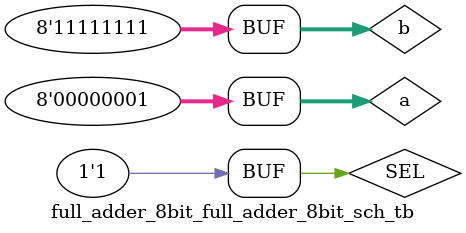
<source format=v>

`timescale 1ns / 1ps

module full_adder_8bit_full_adder_8bit_sch_tb();

// Inputs
   reg [7:0] b = 8'b00000000;
   reg [7:0] a = 8'b00000000;
   reg SEL = 1'b0;

// Output
   wire [7:0] Data_Out;
   wire c_out;
   wire [7:0] g;
   wire [7:0] p;

// Bidirs

// Instantiate the UUT
   full_adder_8bit UUT (
		.b(b), 
		.a(a), 
		.Data_Out(Data_Out), 
		.SEL(SEL), 
		.c_out(c_out), 
		.g(g), 
		.p(p)
   );
// Initialize Inputs
   initial begin
		#100; //Current Time: 100ns
		b = 8'b00010001;
		a = 8'b00010001;
		#100; //Current Time: 200ns
		SEL = 1'b1;
		#100 //Current Time: 300ns
		b = 8'b10101010;
		a = 8'b01010101;
		SEL = 1'b0;
		#100 //Current Time: 400ns
		SEL = 1'b1;
		#100; //Current Time: 500ns
		b = 8'b11111111;
		a = 8'b00000001;
		SEL = 1'b0;
		#100; //Current Time: 600ns
		SEL = 1'b1;
	end
endmodule

</source>
